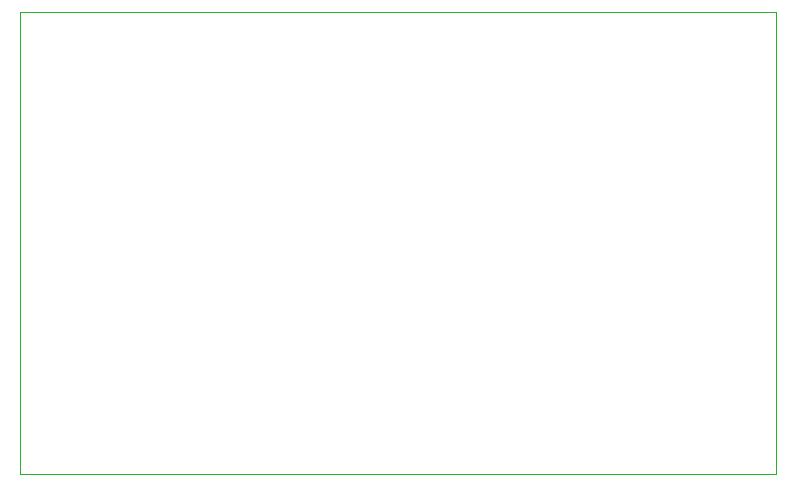
<source format=gbr>
%TF.GenerationSoftware,KiCad,Pcbnew,(6.0.0-0)*%
%TF.CreationDate,2022-08-18T21:47:31-04:00*%
%TF.ProjectId,CPU-Microcode-EEPROMs,4350552d-4d69-4637-926f-636f64652d45,rev?*%
%TF.SameCoordinates,Original*%
%TF.FileFunction,Profile,NP*%
%FSLAX46Y46*%
G04 Gerber Fmt 4.6, Leading zero omitted, Abs format (unit mm)*
G04 Created by KiCad (PCBNEW (6.0.0-0)) date 2022-08-18 21:47:31*
%MOMM*%
%LPD*%
G01*
G04 APERTURE LIST*
%TA.AperFunction,Profile*%
%ADD10C,0.100000*%
%TD*%
G04 APERTURE END LIST*
D10*
X54610000Y-75438000D02*
X118618000Y-75438000D01*
X118618000Y-75438000D02*
X118618000Y-114554000D01*
X118618000Y-114554000D02*
X54610000Y-114554000D01*
X54610000Y-114554000D02*
X54610000Y-75438000D01*
M02*

</source>
